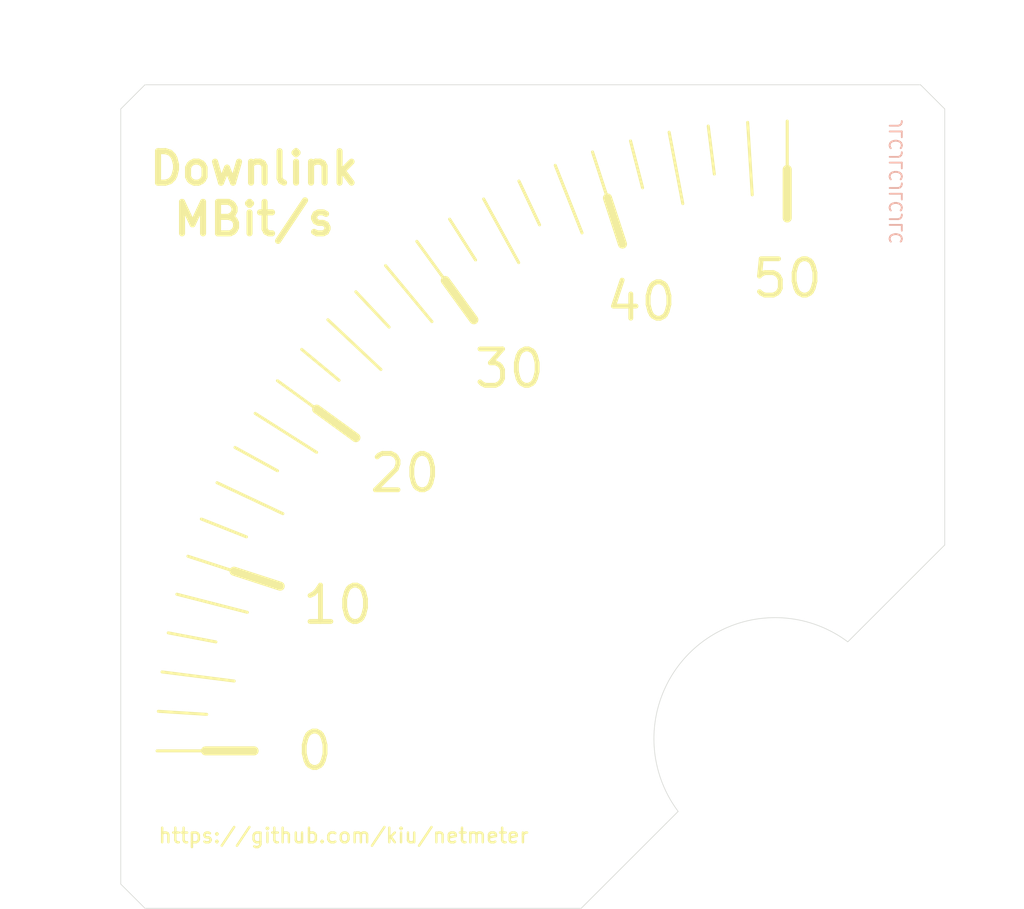
<source format=kicad_pcb>
(kicad_pcb (version 20171130) (host pcbnew "(5.1.6)-1")

  (general
    (thickness 1.6)
    (drawings 60)
    (tracks 0)
    (zones 0)
    (modules 2)
    (nets 1)
  )

  (page A4)
  (layers
    (0 F.Cu signal)
    (31 B.Cu signal)
    (32 B.Adhes user)
    (33 F.Adhes user)
    (34 B.Paste user)
    (35 F.Paste user)
    (36 B.SilkS user)
    (37 F.SilkS user)
    (38 B.Mask user)
    (39 F.Mask user)
    (40 Dwgs.User user)
    (41 Cmts.User user)
    (42 Eco1.User user)
    (43 Eco2.User user)
    (44 Edge.Cuts user)
    (45 Margin user)
    (46 B.CrtYd user)
    (47 F.CrtYd user)
    (48 B.Fab user)
    (49 F.Fab user)
  )

  (setup
    (last_trace_width 0.25)
    (trace_clearance 0.2)
    (zone_clearance 0.508)
    (zone_45_only no)
    (trace_min 0.2)
    (via_size 0.8)
    (via_drill 0.4)
    (via_min_size 0.4)
    (via_min_drill 0.3)
    (uvia_size 0.3)
    (uvia_drill 0.1)
    (uvias_allowed no)
    (uvia_min_size 0.2)
    (uvia_min_drill 0.1)
    (edge_width 0.05)
    (segment_width 0.2)
    (pcb_text_width 0.3)
    (pcb_text_size 1.5 1.5)
    (mod_edge_width 0.12)
    (mod_text_size 1 1)
    (mod_text_width 0.15)
    (pad_size 1.524 1.524)
    (pad_drill 0.762)
    (pad_to_mask_clearance 0.05)
    (aux_axis_origin 0 0)
    (visible_elements 7FFFFFFF)
    (pcbplotparams
      (layerselection 0x010f0_ffffffff)
      (usegerberextensions false)
      (usegerberattributes false)
      (usegerberadvancedattributes false)
      (creategerberjobfile false)
      (excludeedgelayer true)
      (linewidth 0.100000)
      (plotframeref false)
      (viasonmask false)
      (mode 1)
      (useauxorigin false)
      (hpglpennumber 1)
      (hpglpenspeed 20)
      (hpglpendiameter 15.000000)
      (psnegative false)
      (psa4output false)
      (plotreference true)
      (plotvalue false)
      (plotinvisibletext false)
      (padsonsilk true)
      (subtractmaskfromsilk false)
      (outputformat 1)
      (mirror false)
      (drillshape 0)
      (scaleselection 1)
      (outputdirectory "gerber/"))
  )

  (net 0 "")

  (net_class Default "This is the default net class."
    (clearance 0.2)
    (trace_width 0.25)
    (via_dia 0.8)
    (via_drill 0.4)
    (uvia_dia 0.3)
    (uvia_drill 0.1)
  )

  (module Mounting_Holes:MountingHole_2.2mm_M2_DIN965 (layer F.Cu) (tedit 56D1B4CB) (tstamp 5F539752)
    (at 138 134)
    (descr "Mounting Hole 2.2mm, no annular, M2, DIN965")
    (tags "mounting hole 2.2mm no annular m2 din965")
    (attr virtual)
    (fp_text reference REF** (at 0 -2.9) (layer F.SilkS) hide
      (effects (font (size 1 1) (thickness 0.15)))
    )
    (fp_text value MountingHole_2.2mm_M2_DIN965 (at 0 2.9) (layer F.Fab)
      (effects (font (size 1 1) (thickness 0.15)))
    )
    (fp_circle (center 0 0) (end 1.9 0) (layer Cmts.User) (width 0.15))
    (fp_circle (center 0 0) (end 2.15 0) (layer F.CrtYd) (width 0.05))
    (fp_text user %R (at 0.3 0) (layer F.Fab)
      (effects (font (size 1 1) (thickness 0.15)))
    )
    (pad 1 np_thru_hole circle (at 0 0) (size 2.2 2.2) (drill 2.2) (layers *.Cu *.Mask))
  )

  (module Mounting_Holes:MountingHole_2.2mm_M2_DIN965 (layer F.Cu) (tedit 56D1B4CB) (tstamp 5F53973F)
    (at 162 110)
    (descr "Mounting Hole 2.2mm, no annular, M2, DIN965")
    (tags "mounting hole 2.2mm no annular m2 din965")
    (attr virtual)
    (fp_text reference REF** (at 0 -2.9) (layer F.SilkS) hide
      (effects (font (size 1 1) (thickness 0.15)))
    )
    (fp_text value MountingHole_2.2mm_M2_DIN965 (at 0 2.9) (layer F.Fab)
      (effects (font (size 1 1) (thickness 0.15)))
    )
    (fp_circle (center 0 0) (end 1.9 0) (layer Cmts.User) (width 0.15))
    (fp_circle (center 0 0) (end 2.15 0) (layer F.CrtYd) (width 0.05))
    (fp_text user %R (at 0.3 0) (layer F.Fab)
      (effects (font (size 1 1) (thickness 0.15)))
    )
    (pad 1 np_thru_hole circle (at 0 0) (size 2.2 2.2) (drill 2.2) (layers *.Cu *.Mask))
  )

  (dimension 68 (width 0.15) (layer Dwgs.User)
    (gr_text "68.000 mm" (at 93.7 106 270) (layer Dwgs.User)
      (effects (font (size 1 1) (thickness 0.15)))
    )
    (feature1 (pts (xy 100 140) (xy 94.413579 140)))
    (feature2 (pts (xy 100 72) (xy 94.413579 72)))
    (crossbar (pts (xy 95 72) (xy 95 140)))
    (arrow1a (pts (xy 95 140) (xy 94.413579 138.873496)))
    (arrow1b (pts (xy 95 140) (xy 95.586421 138.873496)))
    (arrow2a (pts (xy 95 72) (xy 94.413579 73.126504)))
    (arrow2b (pts (xy 95 72) (xy 95.586421 73.126504)))
  )
  (dimension 68 (width 0.15) (layer Dwgs.User)
    (gr_text "68.000 mm" (at 134 65.7) (layer Dwgs.User)
      (effects (font (size 1 1) (thickness 0.15)))
    )
    (feature1 (pts (xy 168 72) (xy 168 66.413579)))
    (feature2 (pts (xy 100 72) (xy 100 66.413579)))
    (crossbar (pts (xy 100 67) (xy 168 67)))
    (arrow1a (pts (xy 168 67) (xy 166.873496 67.586421)))
    (arrow1b (pts (xy 168 67) (xy 166.873496 66.413579)))
    (arrow2a (pts (xy 100 67) (xy 101.126504 67.586421)))
    (arrow2b (pts (xy 100 67) (xy 101.126504 66.413579)))
  )
  (gr_text JLCJLCJLCJLC (at 164 80 90) (layer B.SilkS)
    (effects (font (size 1 1) (thickness 0.15)) (justify mirror))
  )
  (gr_arc (start 154 126) (end 159.999998 118.000002) (angle -163.739793) (layer Edge.Cuts) (width 0.05))
  (gr_line (start 111 82) (end 111 80) (layer Dwgs.User) (width 0.15))
  (gr_line (start 110 81) (end 112 81) (layer Dwgs.User) (width 0.15))
  (gr_text "Downlink\nMBit/s" (at 111 81) (layer F.SilkS)
    (effects (font (size 2.6 2.6) (thickness 0.5)))
  )
  (gr_text "https://github.com/kiu/netmeter\n" (at 103 134) (layer F.SilkS)
    (effects (font (size 1.2 1.2) (thickness 0.2)) (justify left))
  )
  (gr_line (start 100 138) (end 100 74) (layer Edge.Cuts) (width 0.05) (tstamp 5F5396F4))
  (gr_line (start 155 127) (end 103 127) (layer Dwgs.User) (width 0.15) (tstamp 5F53BFFD))
  (gr_line (start 155 127) (end 155 75) (layer Dwgs.User) (width 0.15) (tstamp 5F53BFFC))
  (gr_arc (start 155 127) (end 155 75) (angle -90) (layer Dwgs.User) (width 0.15))
  (gr_line (start 160.999999 117.000001) (end 160 118) (layer Edge.Cuts) (width 0.05))
  (gr_line (start 145.000001 132.999999) (end 146 132) (layer Edge.Cuts) (width 0.05))
  (gr_line (start 102 72) (end 166 72) (layer Edge.Cuts) (width 0.05) (tstamp 5F5396FE))
  (gr_line (start 168 110) (end 168 74) (layer Edge.Cuts) (width 0.05) (tstamp 5F5396E3))
  (gr_line (start 102 140) (end 138 140) (layer Edge.Cuts) (width 0.05) (tstamp 5F5396DC))
  (gr_line (start 168 110) (end 160.999999 117.000001) (layer Edge.Cuts) (width 0.05) (tstamp 5F539691))
  (gr_line (start 138 140) (end 145.000001 132.999999) (layer Edge.Cuts) (width 0.05) (tstamp 5F53968D))
  (gr_line (start 100 138) (end 102 140) (layer Edge.Cuts) (width 0.05))
  (gr_line (start 166 72) (end 168 74) (layer Edge.Cuts) (width 0.05))
  (gr_line (start 102 72) (end 100 74) (layer Edge.Cuts) (width 0.05))
  (gr_line (start 103 127) (end 107 127) (layer F.SilkS) (width 0.25))
  (gr_line (start 107 127) (end 111 127) (layer F.SilkS) (width 0.75))
  (gr_text 0 (at 116 127) (layer F.SilkS)
    (effects (font (size 3 3) (thickness 0.4)))
  )
  (gr_line (start 103.10261 123.734893) (end 107.094717 123.986055) (layer F.SilkS) (width 0.25))
  (gr_line (start 103.410036 120.482672) (end 109.362724 121.234671) (layer F.SilkS) (width 0.25))
  (gr_line (start 103.921063 117.256172) (end 107.850212 118.005697) (layer F.SilkS) (width 0.25))
  (gr_line (start 104.633676 114.068126) (end 110.445175 115.560265) (layer F.SilkS) (width 0.25))
  (gr_line (start 105.545061 110.931116) (end 109.349287 112.167184) (layer F.SilkS) (width 0.25))
  (gr_line (start 109.349287 112.167184) (end 113.153513 113.403252) (layer F.SilkS) (width 0.75))
  (gr_text 10 (at 117.908796 114.948337) (layer F.SilkS)
    (effects (font (size 3 3) (thickness 0.4)))
  )
  (gr_line (start 106.651623 107.857523) (end 110.370729 109.330021) (layer F.SilkS) (width 0.25))
  (gr_line (start 107.948993 104.859477) (end 113.377956 107.414153) (layer F.SilkS) (width 0.25))
  (gr_line (start 109.432053 101.948809) (end 112.937279 103.875824) (layer F.SilkS) (width 0.25))
  (gr_line (start 111.094948 99.137007) (end 116.160915 102.351967) (layer F.SilkS) (width 0.25))
  (gr_line (start 112.931116 96.435167) (end 116.167184 98.786308) (layer F.SilkS) (width 0.25))
  (gr_line (start 116.167184 98.786308) (end 119.403252 101.137449) (layer F.SilkS) (width 0.75))
  (gr_text 20 (at 123.448337 104.076375) (layer F.SilkS)
    (effects (font (size 3 3) (thickness 0.4)))
  )
  (gr_line (start 114.933311 93.853953) (end 118.015364 96.403648) (layer F.SilkS) (width 0.25))
  (gr_line (start 117.093631 91.40355) (end 121.467443 95.510833) (layer F.SilkS) (width 0.25))
  (gr_line (start 119.40355 89.093631) (end 122.141739 92.009506) (layer F.SilkS) (width 0.25))
  (gr_line (start 121.853953 86.933311) (end 125.678496 91.556391) (layer F.SilkS) (width 0.25))
  (gr_line (start 124.435167 84.931116) (end 126.786308 88.167184) (layer F.SilkS) (width 0.25))
  (gr_line (start 126.786308 88.167184) (end 129.137449 91.403252) (layer F.SilkS) (width 0.75))
  (gr_text 30 (at 132.076375 95.448337) (layer F.SilkS)
    (effects (font (size 3 3) (thickness 0.4)))
  )
  (gr_line (start 127.137007 83.094948) (end 129.280314 86.47226) (layer F.SilkS) (width 0.25))
  (gr_line (start 129.948809 81.432053) (end 132.839331 86.689893) (layer F.SilkS) (width 0.25))
  (gr_line (start 132.859477 79.948993) (end 134.562594 83.568301) (layer F.SilkS) (width 0.25))
  (gr_line (start 135.857523 78.651623) (end 138.066271 84.230282) (layer F.SilkS) (width 0.25))
  (gr_line (start 138.931116 77.545061) (end 140.167184 81.349287) (layer F.SilkS) (width 0.25))
  (gr_line (start 140.167184 81.349287) (end 141.403252 85.153513) (layer F.SilkS) (width 0.75))
  (gr_text 40 (at 142.948337 89.908796) (layer F.SilkS)
    (effects (font (size 3 3) (thickness 0.4)))
  )
  (gr_line (start 142.068126 76.633676) (end 143.062885 80.508008) (layer F.SilkS) (width 0.25))
  (gr_line (start 145.256172 75.921063) (end 146.38046 81.814786) (layer F.SilkS) (width 0.25))
  (gr_line (start 148.482672 75.410036) (end 148.984005 79.378494) (layer F.SilkS) (width 0.25))
  (gr_line (start 151.734893 75.10261) (end 152.111636 81.09077) (layer F.SilkS) (width 0.25))
  (gr_line (start 155 75) (end 155 79) (layer F.SilkS) (width 0.25))
  (gr_line (start 155 79) (end 155 83) (layer F.SilkS) (width 0.75))
  (gr_text 50 (at 155 88) (layer F.SilkS)
    (effects (font (size 3 3) (thickness 0.4)))
  )

)

</source>
